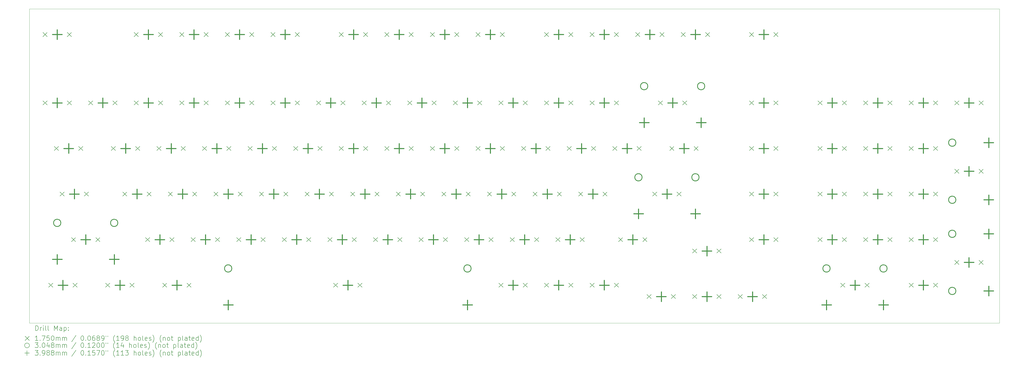
<source format=gbr>
%FSLAX45Y45*%
G04 Gerber Fmt 4.5, Leading zero omitted, Abs format (unit mm)*
G04 Created by KiCad (PCBNEW 6.0.6) date 2022-08-21 10:39:27*
%MOMM*%
%LPD*%
G01*
G04 APERTURE LIST*
%TA.AperFunction,Profile*%
%ADD10C,0.050000*%
%TD*%
%ADD11C,0.200000*%
%ADD12C,0.175000*%
%ADD13C,0.304800*%
%ADD14C,0.398780*%
G04 APERTURE END LIST*
D10*
X42951400Y-15392400D02*
X42951400Y-2260600D01*
X42951400Y-2260600D02*
X5257800Y-2260600D01*
X5257800Y-2260600D02*
X2413000Y-2260600D01*
X2413000Y-15392400D02*
X42951400Y-15392400D01*
X2413000Y-2260600D02*
X2413000Y-15392400D01*
D11*
D12*
X2976375Y-3246250D02*
X3151375Y-3421250D01*
X3151375Y-3246250D02*
X2976375Y-3421250D01*
X2976375Y-6103750D02*
X3151375Y-6278750D01*
X3151375Y-6103750D02*
X2976375Y-6278750D01*
X3214500Y-13723750D02*
X3389500Y-13898750D01*
X3389500Y-13723750D02*
X3214500Y-13898750D01*
X3452625Y-8008750D02*
X3627625Y-8183750D01*
X3627625Y-8008750D02*
X3452625Y-8183750D01*
X3690750Y-9913750D02*
X3865750Y-10088750D01*
X3865750Y-9913750D02*
X3690750Y-10088750D01*
X3992375Y-3246250D02*
X4167375Y-3421250D01*
X4167375Y-3246250D02*
X3992375Y-3421250D01*
X3992375Y-6103750D02*
X4167375Y-6278750D01*
X4167375Y-6103750D02*
X3992375Y-6278750D01*
X4167000Y-11818750D02*
X4342000Y-11993750D01*
X4342000Y-11818750D02*
X4167000Y-11993750D01*
X4230500Y-13723750D02*
X4405500Y-13898750D01*
X4405500Y-13723750D02*
X4230500Y-13898750D01*
X4468625Y-8008750D02*
X4643625Y-8183750D01*
X4643625Y-8008750D02*
X4468625Y-8183750D01*
X4706750Y-9913750D02*
X4881750Y-10088750D01*
X4881750Y-9913750D02*
X4706750Y-10088750D01*
X4881375Y-6103750D02*
X5056375Y-6278750D01*
X5056375Y-6103750D02*
X4881375Y-6278750D01*
X5183000Y-11818750D02*
X5358000Y-11993750D01*
X5358000Y-11818750D02*
X5183000Y-11993750D01*
X5595750Y-13723750D02*
X5770750Y-13898750D01*
X5770750Y-13723750D02*
X5595750Y-13898750D01*
X5833875Y-8008750D02*
X6008875Y-8183750D01*
X6008875Y-8008750D02*
X5833875Y-8183750D01*
X5897375Y-6103750D02*
X6072375Y-6278750D01*
X6072375Y-6103750D02*
X5897375Y-6278750D01*
X6310125Y-9913750D02*
X6485125Y-10088750D01*
X6485125Y-9913750D02*
X6310125Y-10088750D01*
X6611750Y-13723750D02*
X6786750Y-13898750D01*
X6786750Y-13723750D02*
X6611750Y-13898750D01*
X6786375Y-3246250D02*
X6961375Y-3421250D01*
X6961375Y-3246250D02*
X6786375Y-3421250D01*
X6786375Y-6103750D02*
X6961375Y-6278750D01*
X6961375Y-6103750D02*
X6786375Y-6278750D01*
X6849875Y-8008750D02*
X7024875Y-8183750D01*
X7024875Y-8008750D02*
X6849875Y-8183750D01*
X7262625Y-11818750D02*
X7437625Y-11993750D01*
X7437625Y-11818750D02*
X7262625Y-11993750D01*
X7326125Y-9913750D02*
X7501125Y-10088750D01*
X7501125Y-9913750D02*
X7326125Y-10088750D01*
X7738875Y-8008750D02*
X7913875Y-8183750D01*
X7913875Y-8008750D02*
X7738875Y-8183750D01*
X7802375Y-3246250D02*
X7977375Y-3421250D01*
X7977375Y-3246250D02*
X7802375Y-3421250D01*
X7802375Y-6103750D02*
X7977375Y-6278750D01*
X7977375Y-6103750D02*
X7802375Y-6278750D01*
X7977000Y-13723750D02*
X8152000Y-13898750D01*
X8152000Y-13723750D02*
X7977000Y-13898750D01*
X8215125Y-9913750D02*
X8390125Y-10088750D01*
X8390125Y-9913750D02*
X8215125Y-10088750D01*
X8278625Y-11818750D02*
X8453625Y-11993750D01*
X8453625Y-11818750D02*
X8278625Y-11993750D01*
X8691375Y-3246250D02*
X8866375Y-3421250D01*
X8866375Y-3246250D02*
X8691375Y-3421250D01*
X8691375Y-6103750D02*
X8866375Y-6278750D01*
X8866375Y-6103750D02*
X8691375Y-6278750D01*
X8754875Y-8008750D02*
X8929875Y-8183750D01*
X8929875Y-8008750D02*
X8754875Y-8183750D01*
X8993000Y-13723750D02*
X9168000Y-13898750D01*
X9168000Y-13723750D02*
X8993000Y-13898750D01*
X9167625Y-11818750D02*
X9342625Y-11993750D01*
X9342625Y-11818750D02*
X9167625Y-11993750D01*
X9231125Y-9913750D02*
X9406125Y-10088750D01*
X9406125Y-9913750D02*
X9231125Y-10088750D01*
X9643875Y-8008750D02*
X9818875Y-8183750D01*
X9818875Y-8008750D02*
X9643875Y-8183750D01*
X9707375Y-3246250D02*
X9882375Y-3421250D01*
X9882375Y-3246250D02*
X9707375Y-3421250D01*
X9707375Y-6103750D02*
X9882375Y-6278750D01*
X9882375Y-6103750D02*
X9707375Y-6278750D01*
X10120125Y-9913750D02*
X10295125Y-10088750D01*
X10295125Y-9913750D02*
X10120125Y-10088750D01*
X10183625Y-11818750D02*
X10358625Y-11993750D01*
X10358625Y-11818750D02*
X10183625Y-11993750D01*
X10596375Y-3246250D02*
X10771375Y-3421250D01*
X10771375Y-3246250D02*
X10596375Y-3421250D01*
X10596375Y-6103750D02*
X10771375Y-6278750D01*
X10771375Y-6103750D02*
X10596375Y-6278750D01*
X10659875Y-8008750D02*
X10834875Y-8183750D01*
X10834875Y-8008750D02*
X10659875Y-8183750D01*
X11072625Y-11818750D02*
X11247625Y-11993750D01*
X11247625Y-11818750D02*
X11072625Y-11993750D01*
X11136125Y-9913750D02*
X11311125Y-10088750D01*
X11311125Y-9913750D02*
X11136125Y-10088750D01*
X11548875Y-8008750D02*
X11723875Y-8183750D01*
X11723875Y-8008750D02*
X11548875Y-8183750D01*
X11612375Y-3246250D02*
X11787375Y-3421250D01*
X11787375Y-3246250D02*
X11612375Y-3421250D01*
X11612375Y-6103750D02*
X11787375Y-6278750D01*
X11787375Y-6103750D02*
X11612375Y-6278750D01*
X12025125Y-9913750D02*
X12200125Y-10088750D01*
X12200125Y-9913750D02*
X12025125Y-10088750D01*
X12088625Y-11818750D02*
X12263625Y-11993750D01*
X12263625Y-11818750D02*
X12088625Y-11993750D01*
X12501375Y-3246250D02*
X12676375Y-3421250D01*
X12676375Y-3246250D02*
X12501375Y-3421250D01*
X12501375Y-6103750D02*
X12676375Y-6278750D01*
X12676375Y-6103750D02*
X12501375Y-6278750D01*
X12564875Y-8008750D02*
X12739875Y-8183750D01*
X12739875Y-8008750D02*
X12564875Y-8183750D01*
X12977625Y-11818750D02*
X13152625Y-11993750D01*
X13152625Y-11818750D02*
X12977625Y-11993750D01*
X13041125Y-9913750D02*
X13216125Y-10088750D01*
X13216125Y-9913750D02*
X13041125Y-10088750D01*
X13453875Y-8008750D02*
X13628875Y-8183750D01*
X13628875Y-8008750D02*
X13453875Y-8183750D01*
X13517375Y-3246250D02*
X13692375Y-3421250D01*
X13692375Y-3246250D02*
X13517375Y-3421250D01*
X13517375Y-6103750D02*
X13692375Y-6278750D01*
X13692375Y-6103750D02*
X13517375Y-6278750D01*
X13930125Y-9913750D02*
X14105125Y-10088750D01*
X14105125Y-9913750D02*
X13930125Y-10088750D01*
X13993625Y-11818750D02*
X14168625Y-11993750D01*
X14168625Y-11818750D02*
X13993625Y-11993750D01*
X14406375Y-6103750D02*
X14581375Y-6278750D01*
X14581375Y-6103750D02*
X14406375Y-6278750D01*
X14469875Y-8008750D02*
X14644875Y-8183750D01*
X14644875Y-8008750D02*
X14469875Y-8183750D01*
X14882625Y-11818750D02*
X15057625Y-11993750D01*
X15057625Y-11818750D02*
X14882625Y-11993750D01*
X14946125Y-9913750D02*
X15121125Y-10088750D01*
X15121125Y-9913750D02*
X14946125Y-10088750D01*
X15120750Y-13723750D02*
X15295750Y-13898750D01*
X15295750Y-13723750D02*
X15120750Y-13898750D01*
X15358875Y-3246250D02*
X15533875Y-3421250D01*
X15533875Y-3246250D02*
X15358875Y-3421250D01*
X15358875Y-8008750D02*
X15533875Y-8183750D01*
X15533875Y-8008750D02*
X15358875Y-8183750D01*
X15422375Y-6103750D02*
X15597375Y-6278750D01*
X15597375Y-6103750D02*
X15422375Y-6278750D01*
X15835125Y-9913750D02*
X16010125Y-10088750D01*
X16010125Y-9913750D02*
X15835125Y-10088750D01*
X15898625Y-11818750D02*
X16073625Y-11993750D01*
X16073625Y-11818750D02*
X15898625Y-11993750D01*
X16136750Y-13723750D02*
X16311750Y-13898750D01*
X16311750Y-13723750D02*
X16136750Y-13898750D01*
X16311375Y-6103750D02*
X16486375Y-6278750D01*
X16486375Y-6103750D02*
X16311375Y-6278750D01*
X16374875Y-3246250D02*
X16549875Y-3421250D01*
X16549875Y-3246250D02*
X16374875Y-3421250D01*
X16374875Y-8008750D02*
X16549875Y-8183750D01*
X16549875Y-8008750D02*
X16374875Y-8183750D01*
X16787625Y-11818750D02*
X16962625Y-11993750D01*
X16962625Y-11818750D02*
X16787625Y-11993750D01*
X16851125Y-9913750D02*
X17026125Y-10088750D01*
X17026125Y-9913750D02*
X16851125Y-10088750D01*
X17263875Y-3246250D02*
X17438875Y-3421250D01*
X17438875Y-3246250D02*
X17263875Y-3421250D01*
X17263875Y-8008750D02*
X17438875Y-8183750D01*
X17438875Y-8008750D02*
X17263875Y-8183750D01*
X17327375Y-6103750D02*
X17502375Y-6278750D01*
X17502375Y-6103750D02*
X17327375Y-6278750D01*
X17740125Y-9913750D02*
X17915125Y-10088750D01*
X17915125Y-9913750D02*
X17740125Y-10088750D01*
X17803625Y-11818750D02*
X17978625Y-11993750D01*
X17978625Y-11818750D02*
X17803625Y-11993750D01*
X18216375Y-6103750D02*
X18391375Y-6278750D01*
X18391375Y-6103750D02*
X18216375Y-6278750D01*
X18279875Y-3246250D02*
X18454875Y-3421250D01*
X18454875Y-3246250D02*
X18279875Y-3421250D01*
X18279875Y-8008750D02*
X18454875Y-8183750D01*
X18454875Y-8008750D02*
X18279875Y-8183750D01*
X18692625Y-11818750D02*
X18867625Y-11993750D01*
X18867625Y-11818750D02*
X18692625Y-11993750D01*
X18756125Y-9913750D02*
X18931125Y-10088750D01*
X18931125Y-9913750D02*
X18756125Y-10088750D01*
X19168875Y-3246250D02*
X19343875Y-3421250D01*
X19343875Y-3246250D02*
X19168875Y-3421250D01*
X19168875Y-8008750D02*
X19343875Y-8183750D01*
X19343875Y-8008750D02*
X19168875Y-8183750D01*
X19232375Y-6103750D02*
X19407375Y-6278750D01*
X19407375Y-6103750D02*
X19232375Y-6278750D01*
X19645125Y-9913750D02*
X19820125Y-10088750D01*
X19820125Y-9913750D02*
X19645125Y-10088750D01*
X19708625Y-11818750D02*
X19883625Y-11993750D01*
X19883625Y-11818750D02*
X19708625Y-11993750D01*
X20121375Y-6103750D02*
X20296375Y-6278750D01*
X20296375Y-6103750D02*
X20121375Y-6278750D01*
X20184875Y-3246250D02*
X20359875Y-3421250D01*
X20359875Y-3246250D02*
X20184875Y-3421250D01*
X20184875Y-8008750D02*
X20359875Y-8183750D01*
X20359875Y-8008750D02*
X20184875Y-8183750D01*
X20597625Y-11818750D02*
X20772625Y-11993750D01*
X20772625Y-11818750D02*
X20597625Y-11993750D01*
X20661125Y-9913750D02*
X20836125Y-10088750D01*
X20836125Y-9913750D02*
X20661125Y-10088750D01*
X21073875Y-3246250D02*
X21248875Y-3421250D01*
X21248875Y-3246250D02*
X21073875Y-3421250D01*
X21073875Y-8008750D02*
X21248875Y-8183750D01*
X21248875Y-8008750D02*
X21073875Y-8183750D01*
X21137375Y-6103750D02*
X21312375Y-6278750D01*
X21312375Y-6103750D02*
X21137375Y-6278750D01*
X21550125Y-9913750D02*
X21725125Y-10088750D01*
X21725125Y-9913750D02*
X21550125Y-10088750D01*
X21613625Y-11818750D02*
X21788625Y-11993750D01*
X21788625Y-11818750D02*
X21613625Y-11993750D01*
X22026375Y-6103750D02*
X22201375Y-6278750D01*
X22201375Y-6103750D02*
X22026375Y-6278750D01*
X22026375Y-13723750D02*
X22201375Y-13898750D01*
X22201375Y-13723750D02*
X22026375Y-13898750D01*
X22089875Y-3246250D02*
X22264875Y-3421250D01*
X22264875Y-3246250D02*
X22089875Y-3421250D01*
X22089875Y-8008750D02*
X22264875Y-8183750D01*
X22264875Y-8008750D02*
X22089875Y-8183750D01*
X22502625Y-11818750D02*
X22677625Y-11993750D01*
X22677625Y-11818750D02*
X22502625Y-11993750D01*
X22566125Y-9913750D02*
X22741125Y-10088750D01*
X22741125Y-9913750D02*
X22566125Y-10088750D01*
X22978875Y-8008750D02*
X23153875Y-8183750D01*
X23153875Y-8008750D02*
X22978875Y-8183750D01*
X23042375Y-6103750D02*
X23217375Y-6278750D01*
X23217375Y-6103750D02*
X23042375Y-6278750D01*
X23042375Y-13723750D02*
X23217375Y-13898750D01*
X23217375Y-13723750D02*
X23042375Y-13898750D01*
X23455125Y-9913750D02*
X23630125Y-10088750D01*
X23630125Y-9913750D02*
X23455125Y-10088750D01*
X23518625Y-11818750D02*
X23693625Y-11993750D01*
X23693625Y-11818750D02*
X23518625Y-11993750D01*
X23931375Y-3246250D02*
X24106375Y-3421250D01*
X24106375Y-3246250D02*
X23931375Y-3421250D01*
X23931375Y-6103750D02*
X24106375Y-6278750D01*
X24106375Y-6103750D02*
X23931375Y-6278750D01*
X23931375Y-13723750D02*
X24106375Y-13898750D01*
X24106375Y-13723750D02*
X23931375Y-13898750D01*
X23994875Y-8008750D02*
X24169875Y-8183750D01*
X24169875Y-8008750D02*
X23994875Y-8183750D01*
X24407625Y-11818750D02*
X24582625Y-11993750D01*
X24582625Y-11818750D02*
X24407625Y-11993750D01*
X24471125Y-9913750D02*
X24646125Y-10088750D01*
X24646125Y-9913750D02*
X24471125Y-10088750D01*
X24883875Y-8008750D02*
X25058875Y-8183750D01*
X25058875Y-8008750D02*
X24883875Y-8183750D01*
X24947375Y-3246250D02*
X25122375Y-3421250D01*
X25122375Y-3246250D02*
X24947375Y-3421250D01*
X24947375Y-6103750D02*
X25122375Y-6278750D01*
X25122375Y-6103750D02*
X24947375Y-6278750D01*
X24947375Y-13723750D02*
X25122375Y-13898750D01*
X25122375Y-13723750D02*
X24947375Y-13898750D01*
X25360125Y-9913750D02*
X25535125Y-10088750D01*
X25535125Y-9913750D02*
X25360125Y-10088750D01*
X25423625Y-11818750D02*
X25598625Y-11993750D01*
X25598625Y-11818750D02*
X25423625Y-11993750D01*
X25836375Y-3246250D02*
X26011375Y-3421250D01*
X26011375Y-3246250D02*
X25836375Y-3421250D01*
X25836375Y-6103750D02*
X26011375Y-6278750D01*
X26011375Y-6103750D02*
X25836375Y-6278750D01*
X25836375Y-13723750D02*
X26011375Y-13898750D01*
X26011375Y-13723750D02*
X25836375Y-13898750D01*
X25899875Y-8008750D02*
X26074875Y-8183750D01*
X26074875Y-8008750D02*
X25899875Y-8183750D01*
X26376125Y-9913750D02*
X26551125Y-10088750D01*
X26551125Y-9913750D02*
X26376125Y-10088750D01*
X26788875Y-8008750D02*
X26963875Y-8183750D01*
X26963875Y-8008750D02*
X26788875Y-8183750D01*
X26852375Y-3246250D02*
X27027375Y-3421250D01*
X27027375Y-3246250D02*
X26852375Y-3421250D01*
X26852375Y-6103750D02*
X27027375Y-6278750D01*
X27027375Y-6103750D02*
X26852375Y-6278750D01*
X26852375Y-13723750D02*
X27027375Y-13898750D01*
X27027375Y-13723750D02*
X26852375Y-13898750D01*
X27027000Y-11818750D02*
X27202000Y-11993750D01*
X27202000Y-11818750D02*
X27027000Y-11993750D01*
X27741375Y-3246250D02*
X27916375Y-3421250D01*
X27916375Y-3246250D02*
X27741375Y-3421250D01*
X27804875Y-8008750D02*
X27979875Y-8183750D01*
X27979875Y-8008750D02*
X27804875Y-8183750D01*
X28043000Y-11818750D02*
X28218000Y-11993750D01*
X28218000Y-11818750D02*
X28043000Y-11993750D01*
X28217625Y-14200000D02*
X28392625Y-14375000D01*
X28392625Y-14200000D02*
X28217625Y-14375000D01*
X28455750Y-9913750D02*
X28630750Y-10088750D01*
X28630750Y-9913750D02*
X28455750Y-10088750D01*
X28693875Y-6103750D02*
X28868875Y-6278750D01*
X28868875Y-6103750D02*
X28693875Y-6278750D01*
X28757375Y-3246250D02*
X28932375Y-3421250D01*
X28932375Y-3246250D02*
X28757375Y-3421250D01*
X29170125Y-8008750D02*
X29345125Y-8183750D01*
X29345125Y-8008750D02*
X29170125Y-8183750D01*
X29233625Y-14200000D02*
X29408625Y-14375000D01*
X29408625Y-14200000D02*
X29233625Y-14375000D01*
X29471750Y-9913750D02*
X29646750Y-10088750D01*
X29646750Y-9913750D02*
X29471750Y-10088750D01*
X29646375Y-3246250D02*
X29821375Y-3421250D01*
X29821375Y-3246250D02*
X29646375Y-3421250D01*
X29709875Y-6103750D02*
X29884875Y-6278750D01*
X29884875Y-6103750D02*
X29709875Y-6278750D01*
X30122625Y-12295000D02*
X30297625Y-12470000D01*
X30297625Y-12295000D02*
X30122625Y-12470000D01*
X30122625Y-14200000D02*
X30297625Y-14375000D01*
X30297625Y-14200000D02*
X30122625Y-14375000D01*
X30186125Y-8008750D02*
X30361125Y-8183750D01*
X30361125Y-8008750D02*
X30186125Y-8183750D01*
X30662375Y-3246250D02*
X30837375Y-3421250D01*
X30837375Y-3246250D02*
X30662375Y-3421250D01*
X31138625Y-12295000D02*
X31313625Y-12470000D01*
X31313625Y-12295000D02*
X31138625Y-12470000D01*
X31138625Y-14200000D02*
X31313625Y-14375000D01*
X31313625Y-14200000D02*
X31138625Y-14375000D01*
X32027625Y-14200000D02*
X32202625Y-14375000D01*
X32202625Y-14200000D02*
X32027625Y-14375000D01*
X32503875Y-3246250D02*
X32678875Y-3421250D01*
X32678875Y-3246250D02*
X32503875Y-3421250D01*
X32503875Y-6103750D02*
X32678875Y-6278750D01*
X32678875Y-6103750D02*
X32503875Y-6278750D01*
X32503875Y-8008750D02*
X32678875Y-8183750D01*
X32678875Y-8008750D02*
X32503875Y-8183750D01*
X32503875Y-9913750D02*
X32678875Y-10088750D01*
X32678875Y-9913750D02*
X32503875Y-10088750D01*
X32503875Y-11818750D02*
X32678875Y-11993750D01*
X32678875Y-11818750D02*
X32503875Y-11993750D01*
X33043625Y-14200000D02*
X33218625Y-14375000D01*
X33218625Y-14200000D02*
X33043625Y-14375000D01*
X33519875Y-3246250D02*
X33694875Y-3421250D01*
X33694875Y-3246250D02*
X33519875Y-3421250D01*
X33519875Y-6103750D02*
X33694875Y-6278750D01*
X33694875Y-6103750D02*
X33519875Y-6278750D01*
X33519875Y-8008750D02*
X33694875Y-8183750D01*
X33694875Y-8008750D02*
X33519875Y-8183750D01*
X33519875Y-9913750D02*
X33694875Y-10088750D01*
X33694875Y-9913750D02*
X33519875Y-10088750D01*
X33519875Y-11818750D02*
X33694875Y-11993750D01*
X33694875Y-11818750D02*
X33519875Y-11993750D01*
X35361375Y-6103750D02*
X35536375Y-6278750D01*
X35536375Y-6103750D02*
X35361375Y-6278750D01*
X35361375Y-8008750D02*
X35536375Y-8183750D01*
X35536375Y-8008750D02*
X35361375Y-8183750D01*
X35361375Y-9913750D02*
X35536375Y-10088750D01*
X35536375Y-9913750D02*
X35361375Y-10088750D01*
X35361375Y-11818750D02*
X35536375Y-11993750D01*
X35536375Y-11818750D02*
X35361375Y-11993750D01*
X36313875Y-13723750D02*
X36488875Y-13898750D01*
X36488875Y-13723750D02*
X36313875Y-13898750D01*
X36377375Y-6103750D02*
X36552375Y-6278750D01*
X36552375Y-6103750D02*
X36377375Y-6278750D01*
X36377375Y-8008750D02*
X36552375Y-8183750D01*
X36552375Y-8008750D02*
X36377375Y-8183750D01*
X36377375Y-9913750D02*
X36552375Y-10088750D01*
X36552375Y-9913750D02*
X36377375Y-10088750D01*
X36377375Y-11818750D02*
X36552375Y-11993750D01*
X36552375Y-11818750D02*
X36377375Y-11993750D01*
X37266375Y-6103750D02*
X37441375Y-6278750D01*
X37441375Y-6103750D02*
X37266375Y-6278750D01*
X37266375Y-8008750D02*
X37441375Y-8183750D01*
X37441375Y-8008750D02*
X37266375Y-8183750D01*
X37266375Y-9913750D02*
X37441375Y-10088750D01*
X37441375Y-9913750D02*
X37266375Y-10088750D01*
X37266375Y-11818750D02*
X37441375Y-11993750D01*
X37441375Y-11818750D02*
X37266375Y-11993750D01*
X37329875Y-13723750D02*
X37504875Y-13898750D01*
X37504875Y-13723750D02*
X37329875Y-13898750D01*
X38282375Y-6103750D02*
X38457375Y-6278750D01*
X38457375Y-6103750D02*
X38282375Y-6278750D01*
X38282375Y-8008750D02*
X38457375Y-8183750D01*
X38457375Y-8008750D02*
X38282375Y-8183750D01*
X38282375Y-9913750D02*
X38457375Y-10088750D01*
X38457375Y-9913750D02*
X38282375Y-10088750D01*
X38282375Y-11818750D02*
X38457375Y-11993750D01*
X38457375Y-11818750D02*
X38282375Y-11993750D01*
X39171375Y-6103750D02*
X39346375Y-6278750D01*
X39346375Y-6103750D02*
X39171375Y-6278750D01*
X39171375Y-8008750D02*
X39346375Y-8183750D01*
X39346375Y-8008750D02*
X39171375Y-8183750D01*
X39171375Y-9913750D02*
X39346375Y-10088750D01*
X39346375Y-9913750D02*
X39171375Y-10088750D01*
X39171375Y-11818750D02*
X39346375Y-11993750D01*
X39346375Y-11818750D02*
X39171375Y-11993750D01*
X39171375Y-13723750D02*
X39346375Y-13898750D01*
X39346375Y-13723750D02*
X39171375Y-13898750D01*
X40187375Y-6103750D02*
X40362375Y-6278750D01*
X40362375Y-6103750D02*
X40187375Y-6278750D01*
X40187375Y-8008750D02*
X40362375Y-8183750D01*
X40362375Y-8008750D02*
X40187375Y-8183750D01*
X40187375Y-9913750D02*
X40362375Y-10088750D01*
X40362375Y-9913750D02*
X40187375Y-10088750D01*
X40187375Y-11818750D02*
X40362375Y-11993750D01*
X40362375Y-11818750D02*
X40187375Y-11993750D01*
X40187375Y-13723750D02*
X40362375Y-13898750D01*
X40362375Y-13723750D02*
X40187375Y-13898750D01*
X41076375Y-6103750D02*
X41251375Y-6278750D01*
X41251375Y-6103750D02*
X41076375Y-6278750D01*
X41076375Y-8961250D02*
X41251375Y-9136250D01*
X41251375Y-8961250D02*
X41076375Y-9136250D01*
X41076375Y-12771250D02*
X41251375Y-12946250D01*
X41251375Y-12771250D02*
X41076375Y-12946250D01*
X42092375Y-6103750D02*
X42267375Y-6278750D01*
X42267375Y-6103750D02*
X42092375Y-6278750D01*
X42092375Y-8961250D02*
X42267375Y-9136250D01*
X42267375Y-8961250D02*
X42092375Y-9136250D01*
X42092375Y-12771250D02*
X42267375Y-12946250D01*
X42267375Y-12771250D02*
X42092375Y-12946250D01*
D13*
X3724275Y-11207750D02*
G75*
G03*
X3724275Y-11207750I-152400J0D01*
G01*
X6105525Y-11207750D02*
G75*
G03*
X6105525Y-11207750I-152400J0D01*
G01*
X10868660Y-13112750D02*
G75*
G03*
X10868660Y-13112750I-152400J0D01*
G01*
X20868640Y-13112750D02*
G75*
G03*
X20868640Y-13112750I-152400J0D01*
G01*
X28013025Y-9302750D02*
G75*
G03*
X28013025Y-9302750I-152400J0D01*
G01*
X28251150Y-5492750D02*
G75*
G03*
X28251150Y-5492750I-152400J0D01*
G01*
X30394275Y-9302750D02*
G75*
G03*
X30394275Y-9302750I-152400J0D01*
G01*
X30632400Y-5492750D02*
G75*
G03*
X30632400Y-5492750I-152400J0D01*
G01*
X35871150Y-13112750D02*
G75*
G03*
X35871150Y-13112750I-152400J0D01*
G01*
X38252400Y-13112750D02*
G75*
G03*
X38252400Y-13112750I-152400J0D01*
G01*
X41125775Y-7854950D02*
G75*
G03*
X41125775Y-7854950I-152400J0D01*
G01*
X41125775Y-10242550D02*
G75*
G03*
X41125775Y-10242550I-152400J0D01*
G01*
X41125775Y-11664950D02*
G75*
G03*
X41125775Y-11664950I-152400J0D01*
G01*
X41125775Y-14052550D02*
G75*
G03*
X41125775Y-14052550I-152400J0D01*
G01*
D14*
X3571875Y-3134360D02*
X3571875Y-3533140D01*
X3372485Y-3333750D02*
X3771265Y-3333750D01*
X3571875Y-5991860D02*
X3571875Y-6390640D01*
X3372485Y-6191250D02*
X3771265Y-6191250D01*
X3571875Y-12532360D02*
X3571875Y-12931140D01*
X3372485Y-12731750D02*
X3771265Y-12731750D01*
X3810000Y-13611860D02*
X3810000Y-14010640D01*
X3610610Y-13811250D02*
X4009390Y-13811250D01*
X4048125Y-7896860D02*
X4048125Y-8295640D01*
X3848735Y-8096250D02*
X4247515Y-8096250D01*
X4286250Y-9801860D02*
X4286250Y-10200640D01*
X4086860Y-10001250D02*
X4485640Y-10001250D01*
X4762500Y-11706860D02*
X4762500Y-12105640D01*
X4563110Y-11906250D02*
X4961890Y-11906250D01*
X5476875Y-5991860D02*
X5476875Y-6390640D01*
X5277485Y-6191250D02*
X5676265Y-6191250D01*
X5953125Y-12532360D02*
X5953125Y-12931140D01*
X5753735Y-12731750D02*
X6152515Y-12731750D01*
X6191250Y-13611860D02*
X6191250Y-14010640D01*
X5991860Y-13811250D02*
X6390640Y-13811250D01*
X6429375Y-7896860D02*
X6429375Y-8295640D01*
X6229985Y-8096250D02*
X6628765Y-8096250D01*
X6905625Y-9801860D02*
X6905625Y-10200640D01*
X6706235Y-10001250D02*
X7105015Y-10001250D01*
X7381875Y-3134360D02*
X7381875Y-3533140D01*
X7182485Y-3333750D02*
X7581265Y-3333750D01*
X7381875Y-5991860D02*
X7381875Y-6390640D01*
X7182485Y-6191250D02*
X7581265Y-6191250D01*
X7858125Y-11706860D02*
X7858125Y-12105640D01*
X7658735Y-11906250D02*
X8057515Y-11906250D01*
X8334375Y-7896860D02*
X8334375Y-8295640D01*
X8134985Y-8096250D02*
X8533765Y-8096250D01*
X8572500Y-13611860D02*
X8572500Y-14010640D01*
X8373110Y-13811250D02*
X8771890Y-13811250D01*
X8810625Y-9801860D02*
X8810625Y-10200640D01*
X8611235Y-10001250D02*
X9010015Y-10001250D01*
X9286875Y-3134360D02*
X9286875Y-3533140D01*
X9087485Y-3333750D02*
X9486265Y-3333750D01*
X9286875Y-5991860D02*
X9286875Y-6390640D01*
X9087485Y-6191250D02*
X9486265Y-6191250D01*
X9763125Y-11706860D02*
X9763125Y-12105640D01*
X9563735Y-11906250D02*
X9962515Y-11906250D01*
X10239375Y-7896860D02*
X10239375Y-8295640D01*
X10039985Y-8096250D02*
X10438765Y-8096250D01*
X10715625Y-9801860D02*
X10715625Y-10200640D01*
X10516235Y-10001250D02*
X10915015Y-10001250D01*
X10716260Y-14437360D02*
X10716260Y-14836140D01*
X10516870Y-14636750D02*
X10915650Y-14636750D01*
X11191875Y-3134360D02*
X11191875Y-3533140D01*
X10992485Y-3333750D02*
X11391265Y-3333750D01*
X11191875Y-5991860D02*
X11191875Y-6390640D01*
X10992485Y-6191250D02*
X11391265Y-6191250D01*
X11668125Y-11706860D02*
X11668125Y-12105640D01*
X11468735Y-11906250D02*
X11867515Y-11906250D01*
X12144375Y-7896860D02*
X12144375Y-8295640D01*
X11944985Y-8096250D02*
X12343765Y-8096250D01*
X12620625Y-9801860D02*
X12620625Y-10200640D01*
X12421235Y-10001250D02*
X12820015Y-10001250D01*
X13096875Y-3134360D02*
X13096875Y-3533140D01*
X12897485Y-3333750D02*
X13296265Y-3333750D01*
X13096875Y-5991860D02*
X13096875Y-6390640D01*
X12897485Y-6191250D02*
X13296265Y-6191250D01*
X13573125Y-11706860D02*
X13573125Y-12105640D01*
X13373735Y-11906250D02*
X13772515Y-11906250D01*
X14049375Y-7896860D02*
X14049375Y-8295640D01*
X13849985Y-8096250D02*
X14248765Y-8096250D01*
X14525625Y-9801860D02*
X14525625Y-10200640D01*
X14326235Y-10001250D02*
X14725015Y-10001250D01*
X15001875Y-5991860D02*
X15001875Y-6390640D01*
X14802485Y-6191250D02*
X15201265Y-6191250D01*
X15478125Y-11706860D02*
X15478125Y-12105640D01*
X15278735Y-11906250D02*
X15677515Y-11906250D01*
X15716250Y-13611860D02*
X15716250Y-14010640D01*
X15516860Y-13811250D02*
X15915640Y-13811250D01*
X15954375Y-3134360D02*
X15954375Y-3533140D01*
X15754985Y-3333750D02*
X16153765Y-3333750D01*
X15954375Y-7896860D02*
X15954375Y-8295640D01*
X15754985Y-8096250D02*
X16153765Y-8096250D01*
X16430625Y-9801860D02*
X16430625Y-10200640D01*
X16231235Y-10001250D02*
X16630015Y-10001250D01*
X16906875Y-5991860D02*
X16906875Y-6390640D01*
X16707485Y-6191250D02*
X17106265Y-6191250D01*
X17383125Y-11706860D02*
X17383125Y-12105640D01*
X17183735Y-11906250D02*
X17582515Y-11906250D01*
X17859375Y-3134360D02*
X17859375Y-3533140D01*
X17659985Y-3333750D02*
X18058765Y-3333750D01*
X17859375Y-7896860D02*
X17859375Y-8295640D01*
X17659985Y-8096250D02*
X18058765Y-8096250D01*
X18335625Y-9801860D02*
X18335625Y-10200640D01*
X18136235Y-10001250D02*
X18535015Y-10001250D01*
X18811875Y-5991860D02*
X18811875Y-6390640D01*
X18612485Y-6191250D02*
X19011265Y-6191250D01*
X19288125Y-11706860D02*
X19288125Y-12105640D01*
X19088735Y-11906250D02*
X19487515Y-11906250D01*
X19764375Y-3134360D02*
X19764375Y-3533140D01*
X19564985Y-3333750D02*
X19963765Y-3333750D01*
X19764375Y-7896860D02*
X19764375Y-8295640D01*
X19564985Y-8096250D02*
X19963765Y-8096250D01*
X20240625Y-9801860D02*
X20240625Y-10200640D01*
X20041235Y-10001250D02*
X20440015Y-10001250D01*
X20716240Y-14437360D02*
X20716240Y-14836140D01*
X20516850Y-14636750D02*
X20915630Y-14636750D01*
X20716875Y-5991860D02*
X20716875Y-6390640D01*
X20517485Y-6191250D02*
X20916265Y-6191250D01*
X21193125Y-11706860D02*
X21193125Y-12105640D01*
X20993735Y-11906250D02*
X21392515Y-11906250D01*
X21669375Y-3134360D02*
X21669375Y-3533140D01*
X21469985Y-3333750D02*
X21868765Y-3333750D01*
X21669375Y-7896860D02*
X21669375Y-8295640D01*
X21469985Y-8096250D02*
X21868765Y-8096250D01*
X22145625Y-9801860D02*
X22145625Y-10200640D01*
X21946235Y-10001250D02*
X22345015Y-10001250D01*
X22621875Y-5991860D02*
X22621875Y-6390640D01*
X22422485Y-6191250D02*
X22821265Y-6191250D01*
X22621875Y-13611860D02*
X22621875Y-14010640D01*
X22422485Y-13811250D02*
X22821265Y-13811250D01*
X23098125Y-11706860D02*
X23098125Y-12105640D01*
X22898735Y-11906250D02*
X23297515Y-11906250D01*
X23574375Y-7896860D02*
X23574375Y-8295640D01*
X23374985Y-8096250D02*
X23773765Y-8096250D01*
X24050625Y-9801860D02*
X24050625Y-10200640D01*
X23851235Y-10001250D02*
X24250015Y-10001250D01*
X24526875Y-3134360D02*
X24526875Y-3533140D01*
X24327485Y-3333750D02*
X24726265Y-3333750D01*
X24526875Y-5991860D02*
X24526875Y-6390640D01*
X24327485Y-6191250D02*
X24726265Y-6191250D01*
X24526875Y-13611860D02*
X24526875Y-14010640D01*
X24327485Y-13811250D02*
X24726265Y-13811250D01*
X25003125Y-11706860D02*
X25003125Y-12105640D01*
X24803735Y-11906250D02*
X25202515Y-11906250D01*
X25479375Y-7896860D02*
X25479375Y-8295640D01*
X25279985Y-8096250D02*
X25678765Y-8096250D01*
X25955625Y-9801860D02*
X25955625Y-10200640D01*
X25756235Y-10001250D02*
X26155015Y-10001250D01*
X26431875Y-3134360D02*
X26431875Y-3533140D01*
X26232485Y-3333750D02*
X26631265Y-3333750D01*
X26431875Y-5991860D02*
X26431875Y-6390640D01*
X26232485Y-6191250D02*
X26631265Y-6191250D01*
X26431875Y-13611860D02*
X26431875Y-14010640D01*
X26232485Y-13811250D02*
X26631265Y-13811250D01*
X27384375Y-7896860D02*
X27384375Y-8295640D01*
X27184985Y-8096250D02*
X27583765Y-8096250D01*
X27622500Y-11706860D02*
X27622500Y-12105640D01*
X27423110Y-11906250D02*
X27821890Y-11906250D01*
X27860625Y-10627360D02*
X27860625Y-11026140D01*
X27661235Y-10826750D02*
X28060015Y-10826750D01*
X28098750Y-6817360D02*
X28098750Y-7216140D01*
X27899360Y-7016750D02*
X28298140Y-7016750D01*
X28336875Y-3134360D02*
X28336875Y-3533140D01*
X28137485Y-3333750D02*
X28536265Y-3333750D01*
X28813125Y-14088110D02*
X28813125Y-14486890D01*
X28613735Y-14287500D02*
X29012515Y-14287500D01*
X29051250Y-9801860D02*
X29051250Y-10200640D01*
X28851860Y-10001250D02*
X29250640Y-10001250D01*
X29289375Y-5991860D02*
X29289375Y-6390640D01*
X29089985Y-6191250D02*
X29488765Y-6191250D01*
X29765625Y-7896860D02*
X29765625Y-8295640D01*
X29566235Y-8096250D02*
X29965015Y-8096250D01*
X30241875Y-3134360D02*
X30241875Y-3533140D01*
X30042485Y-3333750D02*
X30441265Y-3333750D01*
X30241875Y-10627360D02*
X30241875Y-11026140D01*
X30042485Y-10826750D02*
X30441265Y-10826750D01*
X30480000Y-6817360D02*
X30480000Y-7216140D01*
X30280610Y-7016750D02*
X30679390Y-7016750D01*
X30718125Y-12183110D02*
X30718125Y-12581890D01*
X30518735Y-12382500D02*
X30917515Y-12382500D01*
X30718125Y-14088110D02*
X30718125Y-14486890D01*
X30518735Y-14287500D02*
X30917515Y-14287500D01*
X32623125Y-14088110D02*
X32623125Y-14486890D01*
X32423735Y-14287500D02*
X32822515Y-14287500D01*
X33099375Y-3134360D02*
X33099375Y-3533140D01*
X32899985Y-3333750D02*
X33298765Y-3333750D01*
X33099375Y-5991860D02*
X33099375Y-6390640D01*
X32899985Y-6191250D02*
X33298765Y-6191250D01*
X33099375Y-7896860D02*
X33099375Y-8295640D01*
X32899985Y-8096250D02*
X33298765Y-8096250D01*
X33099375Y-9801860D02*
X33099375Y-10200640D01*
X32899985Y-10001250D02*
X33298765Y-10001250D01*
X33099375Y-11706860D02*
X33099375Y-12105640D01*
X32899985Y-11906250D02*
X33298765Y-11906250D01*
X35718750Y-14437360D02*
X35718750Y-14836140D01*
X35519360Y-14636750D02*
X35918140Y-14636750D01*
X35956875Y-5991860D02*
X35956875Y-6390640D01*
X35757485Y-6191250D02*
X36156265Y-6191250D01*
X35956875Y-7896860D02*
X35956875Y-8295640D01*
X35757485Y-8096250D02*
X36156265Y-8096250D01*
X35956875Y-9801860D02*
X35956875Y-10200640D01*
X35757485Y-10001250D02*
X36156265Y-10001250D01*
X35956875Y-11706860D02*
X35956875Y-12105640D01*
X35757485Y-11906250D02*
X36156265Y-11906250D01*
X36909375Y-13611860D02*
X36909375Y-14010640D01*
X36709985Y-13811250D02*
X37108765Y-13811250D01*
X37861875Y-5991860D02*
X37861875Y-6390640D01*
X37662485Y-6191250D02*
X38061265Y-6191250D01*
X37861875Y-7896860D02*
X37861875Y-8295640D01*
X37662485Y-8096250D02*
X38061265Y-8096250D01*
X37861875Y-9801860D02*
X37861875Y-10200640D01*
X37662485Y-10001250D02*
X38061265Y-10001250D01*
X37861875Y-11706860D02*
X37861875Y-12105640D01*
X37662485Y-11906250D02*
X38061265Y-11906250D01*
X38100000Y-14437360D02*
X38100000Y-14836140D01*
X37900610Y-14636750D02*
X38299390Y-14636750D01*
X39766875Y-5991860D02*
X39766875Y-6390640D01*
X39567485Y-6191250D02*
X39966265Y-6191250D01*
X39766875Y-7896860D02*
X39766875Y-8295640D01*
X39567485Y-8096250D02*
X39966265Y-8096250D01*
X39766875Y-9801860D02*
X39766875Y-10200640D01*
X39567485Y-10001250D02*
X39966265Y-10001250D01*
X39766875Y-11706860D02*
X39766875Y-12105640D01*
X39567485Y-11906250D02*
X39966265Y-11906250D01*
X39766875Y-13611860D02*
X39766875Y-14010640D01*
X39567485Y-13811250D02*
X39966265Y-13811250D01*
X41671875Y-5991860D02*
X41671875Y-6390640D01*
X41472485Y-6191250D02*
X41871265Y-6191250D01*
X41671875Y-8849360D02*
X41671875Y-9248140D01*
X41472485Y-9048750D02*
X41871265Y-9048750D01*
X41671875Y-12659360D02*
X41671875Y-13058140D01*
X41472485Y-12858750D02*
X41871265Y-12858750D01*
X42497375Y-7655560D02*
X42497375Y-8054340D01*
X42297985Y-7854950D02*
X42696765Y-7854950D01*
X42497375Y-10043160D02*
X42497375Y-10441940D01*
X42297985Y-10242550D02*
X42696765Y-10242550D01*
X42497375Y-11465560D02*
X42497375Y-11864340D01*
X42297985Y-11664950D02*
X42696765Y-11664950D01*
X42497375Y-13853160D02*
X42497375Y-14251940D01*
X42297985Y-14052550D02*
X42696765Y-14052550D01*
D11*
X2668119Y-15705376D02*
X2668119Y-15505376D01*
X2715738Y-15505376D01*
X2744310Y-15514900D01*
X2763357Y-15533948D01*
X2772881Y-15552995D01*
X2782405Y-15591090D01*
X2782405Y-15619662D01*
X2772881Y-15657757D01*
X2763357Y-15676805D01*
X2744310Y-15695852D01*
X2715738Y-15705376D01*
X2668119Y-15705376D01*
X2868119Y-15705376D02*
X2868119Y-15572043D01*
X2868119Y-15610138D02*
X2877643Y-15591090D01*
X2887167Y-15581567D01*
X2906214Y-15572043D01*
X2925262Y-15572043D01*
X2991928Y-15705376D02*
X2991928Y-15572043D01*
X2991928Y-15505376D02*
X2982405Y-15514900D01*
X2991928Y-15524424D01*
X3001452Y-15514900D01*
X2991928Y-15505376D01*
X2991928Y-15524424D01*
X3115738Y-15705376D02*
X3096690Y-15695852D01*
X3087167Y-15676805D01*
X3087167Y-15505376D01*
X3220500Y-15705376D02*
X3201452Y-15695852D01*
X3191928Y-15676805D01*
X3191928Y-15505376D01*
X3449071Y-15705376D02*
X3449071Y-15505376D01*
X3515738Y-15648233D01*
X3582405Y-15505376D01*
X3582405Y-15705376D01*
X3763357Y-15705376D02*
X3763357Y-15600614D01*
X3753833Y-15581567D01*
X3734786Y-15572043D01*
X3696690Y-15572043D01*
X3677643Y-15581567D01*
X3763357Y-15695852D02*
X3744309Y-15705376D01*
X3696690Y-15705376D01*
X3677643Y-15695852D01*
X3668119Y-15676805D01*
X3668119Y-15657757D01*
X3677643Y-15638709D01*
X3696690Y-15629186D01*
X3744309Y-15629186D01*
X3763357Y-15619662D01*
X3858595Y-15572043D02*
X3858595Y-15772043D01*
X3858595Y-15581567D02*
X3877643Y-15572043D01*
X3915738Y-15572043D01*
X3934786Y-15581567D01*
X3944309Y-15591090D01*
X3953833Y-15610138D01*
X3953833Y-15667281D01*
X3944309Y-15686328D01*
X3934786Y-15695852D01*
X3915738Y-15705376D01*
X3877643Y-15705376D01*
X3858595Y-15695852D01*
X4039548Y-15686328D02*
X4049071Y-15695852D01*
X4039548Y-15705376D01*
X4030024Y-15695852D01*
X4039548Y-15686328D01*
X4039548Y-15705376D01*
X4039548Y-15581567D02*
X4049071Y-15591090D01*
X4039548Y-15600614D01*
X4030024Y-15591090D01*
X4039548Y-15581567D01*
X4039548Y-15600614D01*
D12*
X2235500Y-15947400D02*
X2410500Y-16122400D01*
X2410500Y-15947400D02*
X2235500Y-16122400D01*
D11*
X2772881Y-16125376D02*
X2658595Y-16125376D01*
X2715738Y-16125376D02*
X2715738Y-15925376D01*
X2696690Y-15953948D01*
X2677643Y-15972995D01*
X2658595Y-15982519D01*
X2858595Y-16106328D02*
X2868119Y-16115852D01*
X2858595Y-16125376D01*
X2849071Y-16115852D01*
X2858595Y-16106328D01*
X2858595Y-16125376D01*
X2934786Y-15925376D02*
X3068119Y-15925376D01*
X2982405Y-16125376D01*
X3239548Y-15925376D02*
X3144309Y-15925376D01*
X3134786Y-16020614D01*
X3144309Y-16011090D01*
X3163357Y-16001567D01*
X3210976Y-16001567D01*
X3230024Y-16011090D01*
X3239548Y-16020614D01*
X3249071Y-16039662D01*
X3249071Y-16087281D01*
X3239548Y-16106328D01*
X3230024Y-16115852D01*
X3210976Y-16125376D01*
X3163357Y-16125376D01*
X3144309Y-16115852D01*
X3134786Y-16106328D01*
X3372881Y-15925376D02*
X3391928Y-15925376D01*
X3410976Y-15934900D01*
X3420500Y-15944424D01*
X3430024Y-15963471D01*
X3439548Y-16001567D01*
X3439548Y-16049186D01*
X3430024Y-16087281D01*
X3420500Y-16106328D01*
X3410976Y-16115852D01*
X3391928Y-16125376D01*
X3372881Y-16125376D01*
X3353833Y-16115852D01*
X3344309Y-16106328D01*
X3334786Y-16087281D01*
X3325262Y-16049186D01*
X3325262Y-16001567D01*
X3334786Y-15963471D01*
X3344309Y-15944424D01*
X3353833Y-15934900D01*
X3372881Y-15925376D01*
X3525262Y-16125376D02*
X3525262Y-15992043D01*
X3525262Y-16011090D02*
X3534786Y-16001567D01*
X3553833Y-15992043D01*
X3582405Y-15992043D01*
X3601452Y-16001567D01*
X3610976Y-16020614D01*
X3610976Y-16125376D01*
X3610976Y-16020614D02*
X3620500Y-16001567D01*
X3639548Y-15992043D01*
X3668119Y-15992043D01*
X3687167Y-16001567D01*
X3696690Y-16020614D01*
X3696690Y-16125376D01*
X3791928Y-16125376D02*
X3791928Y-15992043D01*
X3791928Y-16011090D02*
X3801452Y-16001567D01*
X3820500Y-15992043D01*
X3849071Y-15992043D01*
X3868119Y-16001567D01*
X3877643Y-16020614D01*
X3877643Y-16125376D01*
X3877643Y-16020614D02*
X3887167Y-16001567D01*
X3906214Y-15992043D01*
X3934786Y-15992043D01*
X3953833Y-16001567D01*
X3963357Y-16020614D01*
X3963357Y-16125376D01*
X4353833Y-15915852D02*
X4182405Y-16172995D01*
X4610976Y-15925376D02*
X4630024Y-15925376D01*
X4649071Y-15934900D01*
X4658595Y-15944424D01*
X4668119Y-15963471D01*
X4677643Y-16001567D01*
X4677643Y-16049186D01*
X4668119Y-16087281D01*
X4658595Y-16106328D01*
X4649071Y-16115852D01*
X4630024Y-16125376D01*
X4610976Y-16125376D01*
X4591929Y-16115852D01*
X4582405Y-16106328D01*
X4572881Y-16087281D01*
X4563357Y-16049186D01*
X4563357Y-16001567D01*
X4572881Y-15963471D01*
X4582405Y-15944424D01*
X4591929Y-15934900D01*
X4610976Y-15925376D01*
X4763357Y-16106328D02*
X4772881Y-16115852D01*
X4763357Y-16125376D01*
X4753833Y-16115852D01*
X4763357Y-16106328D01*
X4763357Y-16125376D01*
X4896690Y-15925376D02*
X4915738Y-15925376D01*
X4934786Y-15934900D01*
X4944310Y-15944424D01*
X4953833Y-15963471D01*
X4963357Y-16001567D01*
X4963357Y-16049186D01*
X4953833Y-16087281D01*
X4944310Y-16106328D01*
X4934786Y-16115852D01*
X4915738Y-16125376D01*
X4896690Y-16125376D01*
X4877643Y-16115852D01*
X4868119Y-16106328D01*
X4858595Y-16087281D01*
X4849071Y-16049186D01*
X4849071Y-16001567D01*
X4858595Y-15963471D01*
X4868119Y-15944424D01*
X4877643Y-15934900D01*
X4896690Y-15925376D01*
X5134786Y-15925376D02*
X5096690Y-15925376D01*
X5077643Y-15934900D01*
X5068119Y-15944424D01*
X5049071Y-15972995D01*
X5039548Y-16011090D01*
X5039548Y-16087281D01*
X5049071Y-16106328D01*
X5058595Y-16115852D01*
X5077643Y-16125376D01*
X5115738Y-16125376D01*
X5134786Y-16115852D01*
X5144310Y-16106328D01*
X5153833Y-16087281D01*
X5153833Y-16039662D01*
X5144310Y-16020614D01*
X5134786Y-16011090D01*
X5115738Y-16001567D01*
X5077643Y-16001567D01*
X5058595Y-16011090D01*
X5049071Y-16020614D01*
X5039548Y-16039662D01*
X5268119Y-16011090D02*
X5249071Y-16001567D01*
X5239548Y-15992043D01*
X5230024Y-15972995D01*
X5230024Y-15963471D01*
X5239548Y-15944424D01*
X5249071Y-15934900D01*
X5268119Y-15925376D01*
X5306214Y-15925376D01*
X5325262Y-15934900D01*
X5334786Y-15944424D01*
X5344310Y-15963471D01*
X5344310Y-15972995D01*
X5334786Y-15992043D01*
X5325262Y-16001567D01*
X5306214Y-16011090D01*
X5268119Y-16011090D01*
X5249071Y-16020614D01*
X5239548Y-16030138D01*
X5230024Y-16049186D01*
X5230024Y-16087281D01*
X5239548Y-16106328D01*
X5249071Y-16115852D01*
X5268119Y-16125376D01*
X5306214Y-16125376D01*
X5325262Y-16115852D01*
X5334786Y-16106328D01*
X5344310Y-16087281D01*
X5344310Y-16049186D01*
X5334786Y-16030138D01*
X5325262Y-16020614D01*
X5306214Y-16011090D01*
X5439548Y-16125376D02*
X5477643Y-16125376D01*
X5496690Y-16115852D01*
X5506214Y-16106328D01*
X5525262Y-16077757D01*
X5534786Y-16039662D01*
X5534786Y-15963471D01*
X5525262Y-15944424D01*
X5515738Y-15934900D01*
X5496690Y-15925376D01*
X5458595Y-15925376D01*
X5439548Y-15934900D01*
X5430024Y-15944424D01*
X5420500Y-15963471D01*
X5420500Y-16011090D01*
X5430024Y-16030138D01*
X5439548Y-16039662D01*
X5458595Y-16049186D01*
X5496690Y-16049186D01*
X5515738Y-16039662D01*
X5525262Y-16030138D01*
X5534786Y-16011090D01*
X5610976Y-15925376D02*
X5610976Y-15963471D01*
X5687167Y-15925376D02*
X5687167Y-15963471D01*
X5982405Y-16201567D02*
X5972881Y-16192043D01*
X5953833Y-16163471D01*
X5944309Y-16144424D01*
X5934786Y-16115852D01*
X5925262Y-16068233D01*
X5925262Y-16030138D01*
X5934786Y-15982519D01*
X5944309Y-15953948D01*
X5953833Y-15934900D01*
X5972881Y-15906328D01*
X5982405Y-15896805D01*
X6163357Y-16125376D02*
X6049071Y-16125376D01*
X6106214Y-16125376D02*
X6106214Y-15925376D01*
X6087167Y-15953948D01*
X6068119Y-15972995D01*
X6049071Y-15982519D01*
X6258595Y-16125376D02*
X6296690Y-16125376D01*
X6315738Y-16115852D01*
X6325262Y-16106328D01*
X6344309Y-16077757D01*
X6353833Y-16039662D01*
X6353833Y-15963471D01*
X6344309Y-15944424D01*
X6334786Y-15934900D01*
X6315738Y-15925376D01*
X6277643Y-15925376D01*
X6258595Y-15934900D01*
X6249071Y-15944424D01*
X6239548Y-15963471D01*
X6239548Y-16011090D01*
X6249071Y-16030138D01*
X6258595Y-16039662D01*
X6277643Y-16049186D01*
X6315738Y-16049186D01*
X6334786Y-16039662D01*
X6344309Y-16030138D01*
X6353833Y-16011090D01*
X6468119Y-16011090D02*
X6449071Y-16001567D01*
X6439548Y-15992043D01*
X6430024Y-15972995D01*
X6430024Y-15963471D01*
X6439548Y-15944424D01*
X6449071Y-15934900D01*
X6468119Y-15925376D01*
X6506214Y-15925376D01*
X6525262Y-15934900D01*
X6534786Y-15944424D01*
X6544309Y-15963471D01*
X6544309Y-15972995D01*
X6534786Y-15992043D01*
X6525262Y-16001567D01*
X6506214Y-16011090D01*
X6468119Y-16011090D01*
X6449071Y-16020614D01*
X6439548Y-16030138D01*
X6430024Y-16049186D01*
X6430024Y-16087281D01*
X6439548Y-16106328D01*
X6449071Y-16115852D01*
X6468119Y-16125376D01*
X6506214Y-16125376D01*
X6525262Y-16115852D01*
X6534786Y-16106328D01*
X6544309Y-16087281D01*
X6544309Y-16049186D01*
X6534786Y-16030138D01*
X6525262Y-16020614D01*
X6506214Y-16011090D01*
X6782405Y-16125376D02*
X6782405Y-15925376D01*
X6868119Y-16125376D02*
X6868119Y-16020614D01*
X6858595Y-16001567D01*
X6839548Y-15992043D01*
X6810976Y-15992043D01*
X6791928Y-16001567D01*
X6782405Y-16011090D01*
X6991928Y-16125376D02*
X6972881Y-16115852D01*
X6963357Y-16106328D01*
X6953833Y-16087281D01*
X6953833Y-16030138D01*
X6963357Y-16011090D01*
X6972881Y-16001567D01*
X6991928Y-15992043D01*
X7020500Y-15992043D01*
X7039548Y-16001567D01*
X7049071Y-16011090D01*
X7058595Y-16030138D01*
X7058595Y-16087281D01*
X7049071Y-16106328D01*
X7039548Y-16115852D01*
X7020500Y-16125376D01*
X6991928Y-16125376D01*
X7172881Y-16125376D02*
X7153833Y-16115852D01*
X7144309Y-16096805D01*
X7144309Y-15925376D01*
X7325262Y-16115852D02*
X7306214Y-16125376D01*
X7268119Y-16125376D01*
X7249071Y-16115852D01*
X7239548Y-16096805D01*
X7239548Y-16020614D01*
X7249071Y-16001567D01*
X7268119Y-15992043D01*
X7306214Y-15992043D01*
X7325262Y-16001567D01*
X7334786Y-16020614D01*
X7334786Y-16039662D01*
X7239548Y-16058709D01*
X7410976Y-16115852D02*
X7430024Y-16125376D01*
X7468119Y-16125376D01*
X7487167Y-16115852D01*
X7496690Y-16096805D01*
X7496690Y-16087281D01*
X7487167Y-16068233D01*
X7468119Y-16058709D01*
X7439548Y-16058709D01*
X7420500Y-16049186D01*
X7410976Y-16030138D01*
X7410976Y-16020614D01*
X7420500Y-16001567D01*
X7439548Y-15992043D01*
X7468119Y-15992043D01*
X7487167Y-16001567D01*
X7563357Y-16201567D02*
X7572881Y-16192043D01*
X7591928Y-16163471D01*
X7601452Y-16144424D01*
X7610976Y-16115852D01*
X7620500Y-16068233D01*
X7620500Y-16030138D01*
X7610976Y-15982519D01*
X7601452Y-15953948D01*
X7591928Y-15934900D01*
X7572881Y-15906328D01*
X7563357Y-15896805D01*
X7925262Y-16201567D02*
X7915738Y-16192043D01*
X7896690Y-16163471D01*
X7887167Y-16144424D01*
X7877643Y-16115852D01*
X7868119Y-16068233D01*
X7868119Y-16030138D01*
X7877643Y-15982519D01*
X7887167Y-15953948D01*
X7896690Y-15934900D01*
X7915738Y-15906328D01*
X7925262Y-15896805D01*
X8001452Y-15992043D02*
X8001452Y-16125376D01*
X8001452Y-16011090D02*
X8010976Y-16001567D01*
X8030024Y-15992043D01*
X8058595Y-15992043D01*
X8077643Y-16001567D01*
X8087167Y-16020614D01*
X8087167Y-16125376D01*
X8210976Y-16125376D02*
X8191928Y-16115852D01*
X8182405Y-16106328D01*
X8172881Y-16087281D01*
X8172881Y-16030138D01*
X8182405Y-16011090D01*
X8191928Y-16001567D01*
X8210976Y-15992043D01*
X8239548Y-15992043D01*
X8258595Y-16001567D01*
X8268119Y-16011090D01*
X8277643Y-16030138D01*
X8277643Y-16087281D01*
X8268119Y-16106328D01*
X8258595Y-16115852D01*
X8239548Y-16125376D01*
X8210976Y-16125376D01*
X8334786Y-15992043D02*
X8410976Y-15992043D01*
X8363357Y-15925376D02*
X8363357Y-16096805D01*
X8372881Y-16115852D01*
X8391929Y-16125376D01*
X8410976Y-16125376D01*
X8630024Y-15992043D02*
X8630024Y-16192043D01*
X8630024Y-16001567D02*
X8649071Y-15992043D01*
X8687167Y-15992043D01*
X8706214Y-16001567D01*
X8715738Y-16011090D01*
X8725262Y-16030138D01*
X8725262Y-16087281D01*
X8715738Y-16106328D01*
X8706214Y-16115852D01*
X8687167Y-16125376D01*
X8649071Y-16125376D01*
X8630024Y-16115852D01*
X8839548Y-16125376D02*
X8820500Y-16115852D01*
X8810976Y-16096805D01*
X8810976Y-15925376D01*
X9001452Y-16125376D02*
X9001452Y-16020614D01*
X8991929Y-16001567D01*
X8972881Y-15992043D01*
X8934786Y-15992043D01*
X8915738Y-16001567D01*
X9001452Y-16115852D02*
X8982405Y-16125376D01*
X8934786Y-16125376D01*
X8915738Y-16115852D01*
X8906214Y-16096805D01*
X8906214Y-16077757D01*
X8915738Y-16058709D01*
X8934786Y-16049186D01*
X8982405Y-16049186D01*
X9001452Y-16039662D01*
X9068119Y-15992043D02*
X9144310Y-15992043D01*
X9096690Y-15925376D02*
X9096690Y-16096805D01*
X9106214Y-16115852D01*
X9125262Y-16125376D01*
X9144310Y-16125376D01*
X9287167Y-16115852D02*
X9268119Y-16125376D01*
X9230024Y-16125376D01*
X9210976Y-16115852D01*
X9201452Y-16096805D01*
X9201452Y-16020614D01*
X9210976Y-16001567D01*
X9230024Y-15992043D01*
X9268119Y-15992043D01*
X9287167Y-16001567D01*
X9296690Y-16020614D01*
X9296690Y-16039662D01*
X9201452Y-16058709D01*
X9468119Y-16125376D02*
X9468119Y-15925376D01*
X9468119Y-16115852D02*
X9449071Y-16125376D01*
X9410976Y-16125376D01*
X9391929Y-16115852D01*
X9382405Y-16106328D01*
X9372881Y-16087281D01*
X9372881Y-16030138D01*
X9382405Y-16011090D01*
X9391929Y-16001567D01*
X9410976Y-15992043D01*
X9449071Y-15992043D01*
X9468119Y-16001567D01*
X9544310Y-16201567D02*
X9553833Y-16192043D01*
X9572881Y-16163471D01*
X9582405Y-16144424D01*
X9591929Y-16115852D01*
X9601452Y-16068233D01*
X9601452Y-16030138D01*
X9591929Y-15982519D01*
X9582405Y-15953948D01*
X9572881Y-15934900D01*
X9553833Y-15906328D01*
X9544310Y-15896805D01*
X2410500Y-16329900D02*
G75*
G03*
X2410500Y-16329900I-100000J0D01*
G01*
X2649071Y-16220376D02*
X2772881Y-16220376D01*
X2706214Y-16296567D01*
X2734786Y-16296567D01*
X2753833Y-16306090D01*
X2763357Y-16315614D01*
X2772881Y-16334662D01*
X2772881Y-16382281D01*
X2763357Y-16401328D01*
X2753833Y-16410852D01*
X2734786Y-16420376D01*
X2677643Y-16420376D01*
X2658595Y-16410852D01*
X2649071Y-16401328D01*
X2858595Y-16401328D02*
X2868119Y-16410852D01*
X2858595Y-16420376D01*
X2849071Y-16410852D01*
X2858595Y-16401328D01*
X2858595Y-16420376D01*
X2991928Y-16220376D02*
X3010976Y-16220376D01*
X3030024Y-16229900D01*
X3039548Y-16239424D01*
X3049071Y-16258471D01*
X3058595Y-16296567D01*
X3058595Y-16344186D01*
X3049071Y-16382281D01*
X3039548Y-16401328D01*
X3030024Y-16410852D01*
X3010976Y-16420376D01*
X2991928Y-16420376D01*
X2972881Y-16410852D01*
X2963357Y-16401328D01*
X2953833Y-16382281D01*
X2944309Y-16344186D01*
X2944309Y-16296567D01*
X2953833Y-16258471D01*
X2963357Y-16239424D01*
X2972881Y-16229900D01*
X2991928Y-16220376D01*
X3230024Y-16287043D02*
X3230024Y-16420376D01*
X3182405Y-16210852D02*
X3134786Y-16353709D01*
X3258595Y-16353709D01*
X3363357Y-16306090D02*
X3344309Y-16296567D01*
X3334786Y-16287043D01*
X3325262Y-16267995D01*
X3325262Y-16258471D01*
X3334786Y-16239424D01*
X3344309Y-16229900D01*
X3363357Y-16220376D01*
X3401452Y-16220376D01*
X3420500Y-16229900D01*
X3430024Y-16239424D01*
X3439548Y-16258471D01*
X3439548Y-16267995D01*
X3430024Y-16287043D01*
X3420500Y-16296567D01*
X3401452Y-16306090D01*
X3363357Y-16306090D01*
X3344309Y-16315614D01*
X3334786Y-16325138D01*
X3325262Y-16344186D01*
X3325262Y-16382281D01*
X3334786Y-16401328D01*
X3344309Y-16410852D01*
X3363357Y-16420376D01*
X3401452Y-16420376D01*
X3420500Y-16410852D01*
X3430024Y-16401328D01*
X3439548Y-16382281D01*
X3439548Y-16344186D01*
X3430024Y-16325138D01*
X3420500Y-16315614D01*
X3401452Y-16306090D01*
X3525262Y-16420376D02*
X3525262Y-16287043D01*
X3525262Y-16306090D02*
X3534786Y-16296567D01*
X3553833Y-16287043D01*
X3582405Y-16287043D01*
X3601452Y-16296567D01*
X3610976Y-16315614D01*
X3610976Y-16420376D01*
X3610976Y-16315614D02*
X3620500Y-16296567D01*
X3639548Y-16287043D01*
X3668119Y-16287043D01*
X3687167Y-16296567D01*
X3696690Y-16315614D01*
X3696690Y-16420376D01*
X3791928Y-16420376D02*
X3791928Y-16287043D01*
X3791928Y-16306090D02*
X3801452Y-16296567D01*
X3820500Y-16287043D01*
X3849071Y-16287043D01*
X3868119Y-16296567D01*
X3877643Y-16315614D01*
X3877643Y-16420376D01*
X3877643Y-16315614D02*
X3887167Y-16296567D01*
X3906214Y-16287043D01*
X3934786Y-16287043D01*
X3953833Y-16296567D01*
X3963357Y-16315614D01*
X3963357Y-16420376D01*
X4353833Y-16210852D02*
X4182405Y-16467995D01*
X4610976Y-16220376D02*
X4630024Y-16220376D01*
X4649071Y-16229900D01*
X4658595Y-16239424D01*
X4668119Y-16258471D01*
X4677643Y-16296567D01*
X4677643Y-16344186D01*
X4668119Y-16382281D01*
X4658595Y-16401328D01*
X4649071Y-16410852D01*
X4630024Y-16420376D01*
X4610976Y-16420376D01*
X4591929Y-16410852D01*
X4582405Y-16401328D01*
X4572881Y-16382281D01*
X4563357Y-16344186D01*
X4563357Y-16296567D01*
X4572881Y-16258471D01*
X4582405Y-16239424D01*
X4591929Y-16229900D01*
X4610976Y-16220376D01*
X4763357Y-16401328D02*
X4772881Y-16410852D01*
X4763357Y-16420376D01*
X4753833Y-16410852D01*
X4763357Y-16401328D01*
X4763357Y-16420376D01*
X4963357Y-16420376D02*
X4849071Y-16420376D01*
X4906214Y-16420376D02*
X4906214Y-16220376D01*
X4887167Y-16248948D01*
X4868119Y-16267995D01*
X4849071Y-16277519D01*
X5039548Y-16239424D02*
X5049071Y-16229900D01*
X5068119Y-16220376D01*
X5115738Y-16220376D01*
X5134786Y-16229900D01*
X5144310Y-16239424D01*
X5153833Y-16258471D01*
X5153833Y-16277519D01*
X5144310Y-16306090D01*
X5030024Y-16420376D01*
X5153833Y-16420376D01*
X5277643Y-16220376D02*
X5296690Y-16220376D01*
X5315738Y-16229900D01*
X5325262Y-16239424D01*
X5334786Y-16258471D01*
X5344310Y-16296567D01*
X5344310Y-16344186D01*
X5334786Y-16382281D01*
X5325262Y-16401328D01*
X5315738Y-16410852D01*
X5296690Y-16420376D01*
X5277643Y-16420376D01*
X5258595Y-16410852D01*
X5249071Y-16401328D01*
X5239548Y-16382281D01*
X5230024Y-16344186D01*
X5230024Y-16296567D01*
X5239548Y-16258471D01*
X5249071Y-16239424D01*
X5258595Y-16229900D01*
X5277643Y-16220376D01*
X5468119Y-16220376D02*
X5487167Y-16220376D01*
X5506214Y-16229900D01*
X5515738Y-16239424D01*
X5525262Y-16258471D01*
X5534786Y-16296567D01*
X5534786Y-16344186D01*
X5525262Y-16382281D01*
X5515738Y-16401328D01*
X5506214Y-16410852D01*
X5487167Y-16420376D01*
X5468119Y-16420376D01*
X5449071Y-16410852D01*
X5439548Y-16401328D01*
X5430024Y-16382281D01*
X5420500Y-16344186D01*
X5420500Y-16296567D01*
X5430024Y-16258471D01*
X5439548Y-16239424D01*
X5449071Y-16229900D01*
X5468119Y-16220376D01*
X5610976Y-16220376D02*
X5610976Y-16258471D01*
X5687167Y-16220376D02*
X5687167Y-16258471D01*
X5982405Y-16496567D02*
X5972881Y-16487043D01*
X5953833Y-16458471D01*
X5944309Y-16439424D01*
X5934786Y-16410852D01*
X5925262Y-16363233D01*
X5925262Y-16325138D01*
X5934786Y-16277519D01*
X5944309Y-16248948D01*
X5953833Y-16229900D01*
X5972881Y-16201328D01*
X5982405Y-16191805D01*
X6163357Y-16420376D02*
X6049071Y-16420376D01*
X6106214Y-16420376D02*
X6106214Y-16220376D01*
X6087167Y-16248948D01*
X6068119Y-16267995D01*
X6049071Y-16277519D01*
X6334786Y-16287043D02*
X6334786Y-16420376D01*
X6287167Y-16210852D02*
X6239548Y-16353709D01*
X6363357Y-16353709D01*
X6591928Y-16420376D02*
X6591928Y-16220376D01*
X6677643Y-16420376D02*
X6677643Y-16315614D01*
X6668119Y-16296567D01*
X6649071Y-16287043D01*
X6620500Y-16287043D01*
X6601452Y-16296567D01*
X6591928Y-16306090D01*
X6801452Y-16420376D02*
X6782405Y-16410852D01*
X6772881Y-16401328D01*
X6763357Y-16382281D01*
X6763357Y-16325138D01*
X6772881Y-16306090D01*
X6782405Y-16296567D01*
X6801452Y-16287043D01*
X6830024Y-16287043D01*
X6849071Y-16296567D01*
X6858595Y-16306090D01*
X6868119Y-16325138D01*
X6868119Y-16382281D01*
X6858595Y-16401328D01*
X6849071Y-16410852D01*
X6830024Y-16420376D01*
X6801452Y-16420376D01*
X6982405Y-16420376D02*
X6963357Y-16410852D01*
X6953833Y-16391805D01*
X6953833Y-16220376D01*
X7134786Y-16410852D02*
X7115738Y-16420376D01*
X7077643Y-16420376D01*
X7058595Y-16410852D01*
X7049071Y-16391805D01*
X7049071Y-16315614D01*
X7058595Y-16296567D01*
X7077643Y-16287043D01*
X7115738Y-16287043D01*
X7134786Y-16296567D01*
X7144309Y-16315614D01*
X7144309Y-16334662D01*
X7049071Y-16353709D01*
X7220500Y-16410852D02*
X7239548Y-16420376D01*
X7277643Y-16420376D01*
X7296690Y-16410852D01*
X7306214Y-16391805D01*
X7306214Y-16382281D01*
X7296690Y-16363233D01*
X7277643Y-16353709D01*
X7249071Y-16353709D01*
X7230024Y-16344186D01*
X7220500Y-16325138D01*
X7220500Y-16315614D01*
X7230024Y-16296567D01*
X7249071Y-16287043D01*
X7277643Y-16287043D01*
X7296690Y-16296567D01*
X7372881Y-16496567D02*
X7382405Y-16487043D01*
X7401452Y-16458471D01*
X7410976Y-16439424D01*
X7420500Y-16410852D01*
X7430024Y-16363233D01*
X7430024Y-16325138D01*
X7420500Y-16277519D01*
X7410976Y-16248948D01*
X7401452Y-16229900D01*
X7382405Y-16201328D01*
X7372881Y-16191805D01*
X7734786Y-16496567D02*
X7725262Y-16487043D01*
X7706214Y-16458471D01*
X7696690Y-16439424D01*
X7687167Y-16410852D01*
X7677643Y-16363233D01*
X7677643Y-16325138D01*
X7687167Y-16277519D01*
X7696690Y-16248948D01*
X7706214Y-16229900D01*
X7725262Y-16201328D01*
X7734786Y-16191805D01*
X7810976Y-16287043D02*
X7810976Y-16420376D01*
X7810976Y-16306090D02*
X7820500Y-16296567D01*
X7839548Y-16287043D01*
X7868119Y-16287043D01*
X7887167Y-16296567D01*
X7896690Y-16315614D01*
X7896690Y-16420376D01*
X8020500Y-16420376D02*
X8001452Y-16410852D01*
X7991928Y-16401328D01*
X7982405Y-16382281D01*
X7982405Y-16325138D01*
X7991928Y-16306090D01*
X8001452Y-16296567D01*
X8020500Y-16287043D01*
X8049071Y-16287043D01*
X8068119Y-16296567D01*
X8077643Y-16306090D01*
X8087167Y-16325138D01*
X8087167Y-16382281D01*
X8077643Y-16401328D01*
X8068119Y-16410852D01*
X8049071Y-16420376D01*
X8020500Y-16420376D01*
X8144309Y-16287043D02*
X8220500Y-16287043D01*
X8172881Y-16220376D02*
X8172881Y-16391805D01*
X8182405Y-16410852D01*
X8201452Y-16420376D01*
X8220500Y-16420376D01*
X8439548Y-16287043D02*
X8439548Y-16487043D01*
X8439548Y-16296567D02*
X8458595Y-16287043D01*
X8496690Y-16287043D01*
X8515738Y-16296567D01*
X8525262Y-16306090D01*
X8534786Y-16325138D01*
X8534786Y-16382281D01*
X8525262Y-16401328D01*
X8515738Y-16410852D01*
X8496690Y-16420376D01*
X8458595Y-16420376D01*
X8439548Y-16410852D01*
X8649071Y-16420376D02*
X8630024Y-16410852D01*
X8620500Y-16391805D01*
X8620500Y-16220376D01*
X8810976Y-16420376D02*
X8810976Y-16315614D01*
X8801452Y-16296567D01*
X8782405Y-16287043D01*
X8744310Y-16287043D01*
X8725262Y-16296567D01*
X8810976Y-16410852D02*
X8791929Y-16420376D01*
X8744310Y-16420376D01*
X8725262Y-16410852D01*
X8715738Y-16391805D01*
X8715738Y-16372757D01*
X8725262Y-16353709D01*
X8744310Y-16344186D01*
X8791929Y-16344186D01*
X8810976Y-16334662D01*
X8877643Y-16287043D02*
X8953833Y-16287043D01*
X8906214Y-16220376D02*
X8906214Y-16391805D01*
X8915738Y-16410852D01*
X8934786Y-16420376D01*
X8953833Y-16420376D01*
X9096690Y-16410852D02*
X9077643Y-16420376D01*
X9039548Y-16420376D01*
X9020500Y-16410852D01*
X9010976Y-16391805D01*
X9010976Y-16315614D01*
X9020500Y-16296567D01*
X9039548Y-16287043D01*
X9077643Y-16287043D01*
X9096690Y-16296567D01*
X9106214Y-16315614D01*
X9106214Y-16334662D01*
X9010976Y-16353709D01*
X9277643Y-16420376D02*
X9277643Y-16220376D01*
X9277643Y-16410852D02*
X9258595Y-16420376D01*
X9220500Y-16420376D01*
X9201452Y-16410852D01*
X9191929Y-16401328D01*
X9182405Y-16382281D01*
X9182405Y-16325138D01*
X9191929Y-16306090D01*
X9201452Y-16296567D01*
X9220500Y-16287043D01*
X9258595Y-16287043D01*
X9277643Y-16296567D01*
X9353833Y-16496567D02*
X9363357Y-16487043D01*
X9382405Y-16458471D01*
X9391929Y-16439424D01*
X9401452Y-16410852D01*
X9410976Y-16363233D01*
X9410976Y-16325138D01*
X9401452Y-16277519D01*
X9391929Y-16248948D01*
X9382405Y-16229900D01*
X9363357Y-16201328D01*
X9353833Y-16191805D01*
X2310500Y-16549900D02*
X2310500Y-16749900D01*
X2210500Y-16649900D02*
X2410500Y-16649900D01*
X2649071Y-16540376D02*
X2772881Y-16540376D01*
X2706214Y-16616567D01*
X2734786Y-16616567D01*
X2753833Y-16626090D01*
X2763357Y-16635614D01*
X2772881Y-16654662D01*
X2772881Y-16702281D01*
X2763357Y-16721328D01*
X2753833Y-16730852D01*
X2734786Y-16740376D01*
X2677643Y-16740376D01*
X2658595Y-16730852D01*
X2649071Y-16721328D01*
X2858595Y-16721328D02*
X2868119Y-16730852D01*
X2858595Y-16740376D01*
X2849071Y-16730852D01*
X2858595Y-16721328D01*
X2858595Y-16740376D01*
X2963357Y-16740376D02*
X3001452Y-16740376D01*
X3020500Y-16730852D01*
X3030024Y-16721328D01*
X3049071Y-16692757D01*
X3058595Y-16654662D01*
X3058595Y-16578471D01*
X3049071Y-16559424D01*
X3039548Y-16549900D01*
X3020500Y-16540376D01*
X2982405Y-16540376D01*
X2963357Y-16549900D01*
X2953833Y-16559424D01*
X2944309Y-16578471D01*
X2944309Y-16626090D01*
X2953833Y-16645138D01*
X2963357Y-16654662D01*
X2982405Y-16664186D01*
X3020500Y-16664186D01*
X3039548Y-16654662D01*
X3049071Y-16645138D01*
X3058595Y-16626090D01*
X3172881Y-16626090D02*
X3153833Y-16616567D01*
X3144309Y-16607043D01*
X3134786Y-16587995D01*
X3134786Y-16578471D01*
X3144309Y-16559424D01*
X3153833Y-16549900D01*
X3172881Y-16540376D01*
X3210976Y-16540376D01*
X3230024Y-16549900D01*
X3239548Y-16559424D01*
X3249071Y-16578471D01*
X3249071Y-16587995D01*
X3239548Y-16607043D01*
X3230024Y-16616567D01*
X3210976Y-16626090D01*
X3172881Y-16626090D01*
X3153833Y-16635614D01*
X3144309Y-16645138D01*
X3134786Y-16664186D01*
X3134786Y-16702281D01*
X3144309Y-16721328D01*
X3153833Y-16730852D01*
X3172881Y-16740376D01*
X3210976Y-16740376D01*
X3230024Y-16730852D01*
X3239548Y-16721328D01*
X3249071Y-16702281D01*
X3249071Y-16664186D01*
X3239548Y-16645138D01*
X3230024Y-16635614D01*
X3210976Y-16626090D01*
X3363357Y-16626090D02*
X3344309Y-16616567D01*
X3334786Y-16607043D01*
X3325262Y-16587995D01*
X3325262Y-16578471D01*
X3334786Y-16559424D01*
X3344309Y-16549900D01*
X3363357Y-16540376D01*
X3401452Y-16540376D01*
X3420500Y-16549900D01*
X3430024Y-16559424D01*
X3439548Y-16578471D01*
X3439548Y-16587995D01*
X3430024Y-16607043D01*
X3420500Y-16616567D01*
X3401452Y-16626090D01*
X3363357Y-16626090D01*
X3344309Y-16635614D01*
X3334786Y-16645138D01*
X3325262Y-16664186D01*
X3325262Y-16702281D01*
X3334786Y-16721328D01*
X3344309Y-16730852D01*
X3363357Y-16740376D01*
X3401452Y-16740376D01*
X3420500Y-16730852D01*
X3430024Y-16721328D01*
X3439548Y-16702281D01*
X3439548Y-16664186D01*
X3430024Y-16645138D01*
X3420500Y-16635614D01*
X3401452Y-16626090D01*
X3525262Y-16740376D02*
X3525262Y-16607043D01*
X3525262Y-16626090D02*
X3534786Y-16616567D01*
X3553833Y-16607043D01*
X3582405Y-16607043D01*
X3601452Y-16616567D01*
X3610976Y-16635614D01*
X3610976Y-16740376D01*
X3610976Y-16635614D02*
X3620500Y-16616567D01*
X3639548Y-16607043D01*
X3668119Y-16607043D01*
X3687167Y-16616567D01*
X3696690Y-16635614D01*
X3696690Y-16740376D01*
X3791928Y-16740376D02*
X3791928Y-16607043D01*
X3791928Y-16626090D02*
X3801452Y-16616567D01*
X3820500Y-16607043D01*
X3849071Y-16607043D01*
X3868119Y-16616567D01*
X3877643Y-16635614D01*
X3877643Y-16740376D01*
X3877643Y-16635614D02*
X3887167Y-16616567D01*
X3906214Y-16607043D01*
X3934786Y-16607043D01*
X3953833Y-16616567D01*
X3963357Y-16635614D01*
X3963357Y-16740376D01*
X4353833Y-16530852D02*
X4182405Y-16787995D01*
X4610976Y-16540376D02*
X4630024Y-16540376D01*
X4649071Y-16549900D01*
X4658595Y-16559424D01*
X4668119Y-16578471D01*
X4677643Y-16616567D01*
X4677643Y-16664186D01*
X4668119Y-16702281D01*
X4658595Y-16721328D01*
X4649071Y-16730852D01*
X4630024Y-16740376D01*
X4610976Y-16740376D01*
X4591929Y-16730852D01*
X4582405Y-16721328D01*
X4572881Y-16702281D01*
X4563357Y-16664186D01*
X4563357Y-16616567D01*
X4572881Y-16578471D01*
X4582405Y-16559424D01*
X4591929Y-16549900D01*
X4610976Y-16540376D01*
X4763357Y-16721328D02*
X4772881Y-16730852D01*
X4763357Y-16740376D01*
X4753833Y-16730852D01*
X4763357Y-16721328D01*
X4763357Y-16740376D01*
X4963357Y-16740376D02*
X4849071Y-16740376D01*
X4906214Y-16740376D02*
X4906214Y-16540376D01*
X4887167Y-16568948D01*
X4868119Y-16587995D01*
X4849071Y-16597519D01*
X5144310Y-16540376D02*
X5049071Y-16540376D01*
X5039548Y-16635614D01*
X5049071Y-16626090D01*
X5068119Y-16616567D01*
X5115738Y-16616567D01*
X5134786Y-16626090D01*
X5144310Y-16635614D01*
X5153833Y-16654662D01*
X5153833Y-16702281D01*
X5144310Y-16721328D01*
X5134786Y-16730852D01*
X5115738Y-16740376D01*
X5068119Y-16740376D01*
X5049071Y-16730852D01*
X5039548Y-16721328D01*
X5220500Y-16540376D02*
X5353833Y-16540376D01*
X5268119Y-16740376D01*
X5468119Y-16540376D02*
X5487167Y-16540376D01*
X5506214Y-16549900D01*
X5515738Y-16559424D01*
X5525262Y-16578471D01*
X5534786Y-16616567D01*
X5534786Y-16664186D01*
X5525262Y-16702281D01*
X5515738Y-16721328D01*
X5506214Y-16730852D01*
X5487167Y-16740376D01*
X5468119Y-16740376D01*
X5449071Y-16730852D01*
X5439548Y-16721328D01*
X5430024Y-16702281D01*
X5420500Y-16664186D01*
X5420500Y-16616567D01*
X5430024Y-16578471D01*
X5439548Y-16559424D01*
X5449071Y-16549900D01*
X5468119Y-16540376D01*
X5610976Y-16540376D02*
X5610976Y-16578471D01*
X5687167Y-16540376D02*
X5687167Y-16578471D01*
X5982405Y-16816567D02*
X5972881Y-16807043D01*
X5953833Y-16778471D01*
X5944309Y-16759424D01*
X5934786Y-16730852D01*
X5925262Y-16683233D01*
X5925262Y-16645138D01*
X5934786Y-16597519D01*
X5944309Y-16568948D01*
X5953833Y-16549900D01*
X5972881Y-16521328D01*
X5982405Y-16511805D01*
X6163357Y-16740376D02*
X6049071Y-16740376D01*
X6106214Y-16740376D02*
X6106214Y-16540376D01*
X6087167Y-16568948D01*
X6068119Y-16587995D01*
X6049071Y-16597519D01*
X6353833Y-16740376D02*
X6239548Y-16740376D01*
X6296690Y-16740376D02*
X6296690Y-16540376D01*
X6277643Y-16568948D01*
X6258595Y-16587995D01*
X6239548Y-16597519D01*
X6420500Y-16540376D02*
X6544309Y-16540376D01*
X6477643Y-16616567D01*
X6506214Y-16616567D01*
X6525262Y-16626090D01*
X6534786Y-16635614D01*
X6544309Y-16654662D01*
X6544309Y-16702281D01*
X6534786Y-16721328D01*
X6525262Y-16730852D01*
X6506214Y-16740376D01*
X6449071Y-16740376D01*
X6430024Y-16730852D01*
X6420500Y-16721328D01*
X6782405Y-16740376D02*
X6782405Y-16540376D01*
X6868119Y-16740376D02*
X6868119Y-16635614D01*
X6858595Y-16616567D01*
X6839548Y-16607043D01*
X6810976Y-16607043D01*
X6791928Y-16616567D01*
X6782405Y-16626090D01*
X6991928Y-16740376D02*
X6972881Y-16730852D01*
X6963357Y-16721328D01*
X6953833Y-16702281D01*
X6953833Y-16645138D01*
X6963357Y-16626090D01*
X6972881Y-16616567D01*
X6991928Y-16607043D01*
X7020500Y-16607043D01*
X7039548Y-16616567D01*
X7049071Y-16626090D01*
X7058595Y-16645138D01*
X7058595Y-16702281D01*
X7049071Y-16721328D01*
X7039548Y-16730852D01*
X7020500Y-16740376D01*
X6991928Y-16740376D01*
X7172881Y-16740376D02*
X7153833Y-16730852D01*
X7144309Y-16711805D01*
X7144309Y-16540376D01*
X7325262Y-16730852D02*
X7306214Y-16740376D01*
X7268119Y-16740376D01*
X7249071Y-16730852D01*
X7239548Y-16711805D01*
X7239548Y-16635614D01*
X7249071Y-16616567D01*
X7268119Y-16607043D01*
X7306214Y-16607043D01*
X7325262Y-16616567D01*
X7334786Y-16635614D01*
X7334786Y-16654662D01*
X7239548Y-16673709D01*
X7410976Y-16730852D02*
X7430024Y-16740376D01*
X7468119Y-16740376D01*
X7487167Y-16730852D01*
X7496690Y-16711805D01*
X7496690Y-16702281D01*
X7487167Y-16683233D01*
X7468119Y-16673709D01*
X7439548Y-16673709D01*
X7420500Y-16664186D01*
X7410976Y-16645138D01*
X7410976Y-16635614D01*
X7420500Y-16616567D01*
X7439548Y-16607043D01*
X7468119Y-16607043D01*
X7487167Y-16616567D01*
X7563357Y-16816567D02*
X7572881Y-16807043D01*
X7591928Y-16778471D01*
X7601452Y-16759424D01*
X7610976Y-16730852D01*
X7620500Y-16683233D01*
X7620500Y-16645138D01*
X7610976Y-16597519D01*
X7601452Y-16568948D01*
X7591928Y-16549900D01*
X7572881Y-16521328D01*
X7563357Y-16511805D01*
X7925262Y-16816567D02*
X7915738Y-16807043D01*
X7896690Y-16778471D01*
X7887167Y-16759424D01*
X7877643Y-16730852D01*
X7868119Y-16683233D01*
X7868119Y-16645138D01*
X7877643Y-16597519D01*
X7887167Y-16568948D01*
X7896690Y-16549900D01*
X7915738Y-16521328D01*
X7925262Y-16511805D01*
X8001452Y-16607043D02*
X8001452Y-16740376D01*
X8001452Y-16626090D02*
X8010976Y-16616567D01*
X8030024Y-16607043D01*
X8058595Y-16607043D01*
X8077643Y-16616567D01*
X8087167Y-16635614D01*
X8087167Y-16740376D01*
X8210976Y-16740376D02*
X8191928Y-16730852D01*
X8182405Y-16721328D01*
X8172881Y-16702281D01*
X8172881Y-16645138D01*
X8182405Y-16626090D01*
X8191928Y-16616567D01*
X8210976Y-16607043D01*
X8239548Y-16607043D01*
X8258595Y-16616567D01*
X8268119Y-16626090D01*
X8277643Y-16645138D01*
X8277643Y-16702281D01*
X8268119Y-16721328D01*
X8258595Y-16730852D01*
X8239548Y-16740376D01*
X8210976Y-16740376D01*
X8334786Y-16607043D02*
X8410976Y-16607043D01*
X8363357Y-16540376D02*
X8363357Y-16711805D01*
X8372881Y-16730852D01*
X8391929Y-16740376D01*
X8410976Y-16740376D01*
X8630024Y-16607043D02*
X8630024Y-16807043D01*
X8630024Y-16616567D02*
X8649071Y-16607043D01*
X8687167Y-16607043D01*
X8706214Y-16616567D01*
X8715738Y-16626090D01*
X8725262Y-16645138D01*
X8725262Y-16702281D01*
X8715738Y-16721328D01*
X8706214Y-16730852D01*
X8687167Y-16740376D01*
X8649071Y-16740376D01*
X8630024Y-16730852D01*
X8839548Y-16740376D02*
X8820500Y-16730852D01*
X8810976Y-16711805D01*
X8810976Y-16540376D01*
X9001452Y-16740376D02*
X9001452Y-16635614D01*
X8991929Y-16616567D01*
X8972881Y-16607043D01*
X8934786Y-16607043D01*
X8915738Y-16616567D01*
X9001452Y-16730852D02*
X8982405Y-16740376D01*
X8934786Y-16740376D01*
X8915738Y-16730852D01*
X8906214Y-16711805D01*
X8906214Y-16692757D01*
X8915738Y-16673709D01*
X8934786Y-16664186D01*
X8982405Y-16664186D01*
X9001452Y-16654662D01*
X9068119Y-16607043D02*
X9144310Y-16607043D01*
X9096690Y-16540376D02*
X9096690Y-16711805D01*
X9106214Y-16730852D01*
X9125262Y-16740376D01*
X9144310Y-16740376D01*
X9287167Y-16730852D02*
X9268119Y-16740376D01*
X9230024Y-16740376D01*
X9210976Y-16730852D01*
X9201452Y-16711805D01*
X9201452Y-16635614D01*
X9210976Y-16616567D01*
X9230024Y-16607043D01*
X9268119Y-16607043D01*
X9287167Y-16616567D01*
X9296690Y-16635614D01*
X9296690Y-16654662D01*
X9201452Y-16673709D01*
X9468119Y-16740376D02*
X9468119Y-16540376D01*
X9468119Y-16730852D02*
X9449071Y-16740376D01*
X9410976Y-16740376D01*
X9391929Y-16730852D01*
X9382405Y-16721328D01*
X9372881Y-16702281D01*
X9372881Y-16645138D01*
X9382405Y-16626090D01*
X9391929Y-16616567D01*
X9410976Y-16607043D01*
X9449071Y-16607043D01*
X9468119Y-16616567D01*
X9544310Y-16816567D02*
X9553833Y-16807043D01*
X9572881Y-16778471D01*
X9582405Y-16759424D01*
X9591929Y-16730852D01*
X9601452Y-16683233D01*
X9601452Y-16645138D01*
X9591929Y-16597519D01*
X9582405Y-16568948D01*
X9572881Y-16549900D01*
X9553833Y-16521328D01*
X9544310Y-16511805D01*
M02*

</source>
